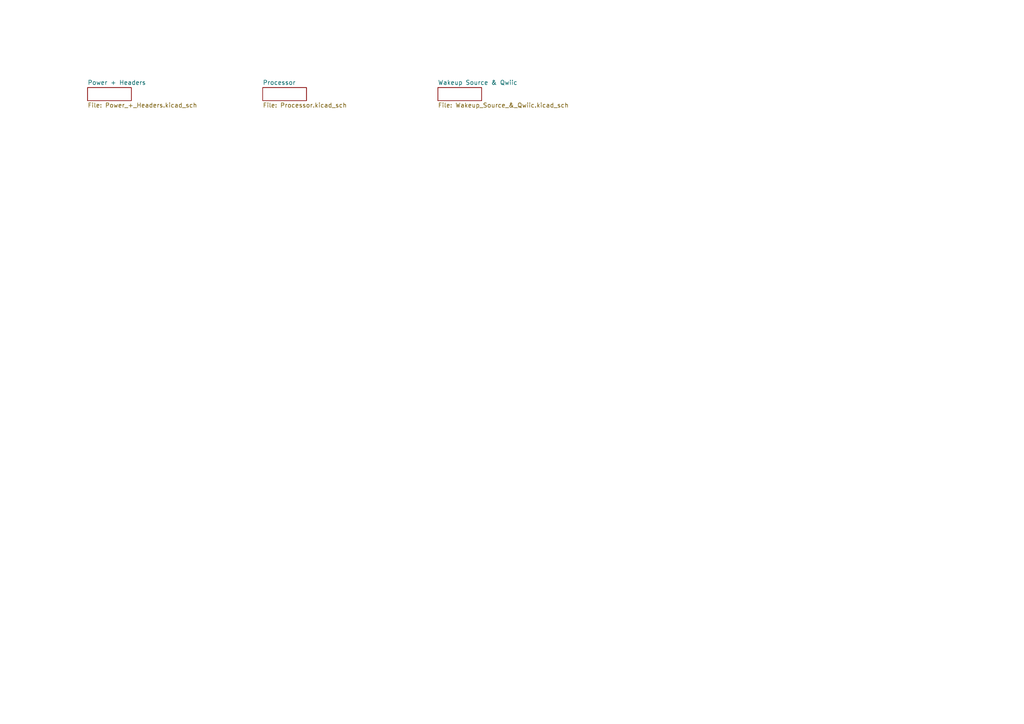
<source format=kicad_sch>
(kicad_sch (version 20211123) (generator eeschema)
  (paper "A4")
  (lib_symbols)
  (sheet (at 25.4 25.4) (size 12.7 3.81)
    (property "Sheet name" "Power + Headers" (at 25.4 24.6884 0) (effects (justify left bottom)))
    (property "Sheet file" "Power_+_Headers.kicad_sch" (at 25.4 29.7946 0) (effects (justify left top)))
  )
  (sheet (at 76.2 25.4) (size 12.7 3.81)
    (property "Sheet name" "Processor" (at 76.2 24.6884 0) (effects (justify left bottom)))
    (property "Sheet file" "Processor.kicad_sch" (at 76.2 29.7946 0) (effects (justify left top)))
  )
  (sheet (at 127 25.4) (size 12.7 3.81)
    (property "Sheet name" "Wakeup Source & Qwiic" (at 127 24.6884 0) (effects (justify left bottom)))
    (property "Sheet file" "Wakeup_Source_&_Qwiic.kicad_sch" (at 127 29.7946 0) (effects (justify left top)))
  )
)
</source>
